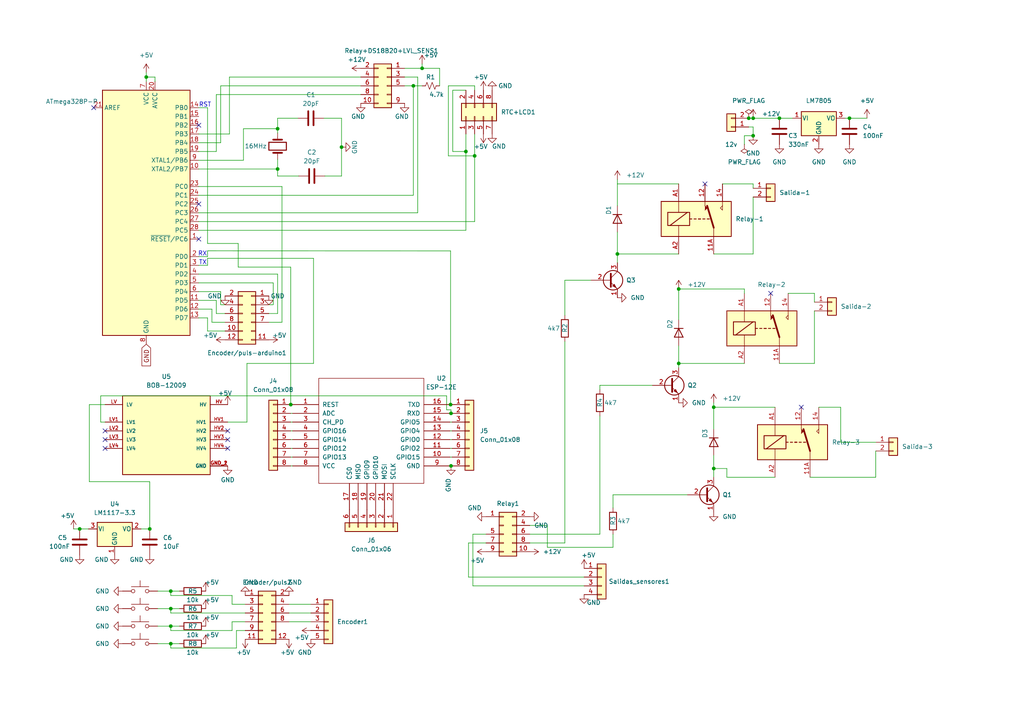
<source format=kicad_sch>
(kicad_sch (version 20211123) (generator eeschema)
  (paper "A4")
  (lib_symbols
    (symbol "BOB-12009:BOB-12009" (pin_names (offset 1.016))
      (property "Reference" "U" (at -12.7 11.43 0))
      (property "Value" "BOB-12009" (at -12.7 -15.24 0))
      (symbol "BOB-12009_0_0"
        (pin power_in line (at 17.78 -10.16 180) (length 5.08) (name "GND") (number "GND_1"))
        (pin power_in line (at 17.78 -10.16 180) (length 5.08) (name "GND") (number "GND_2"))
        (pin bidirectional line (at 17.78 7.62 180) (length 5.08) (name "HV") (number "HV"))
        (pin bidirectional line (at 17.78 2.54 180) (length 5.08) (name "HV1") (number "HV1"))
        (pin bidirectional line (at 17.78 0 180) (length 5.08) (name "HV2") (number "HV2"))
        (pin bidirectional line (at 17.78 -2.54 180) (length 5.08) (name "HV3") (number "HV3"))
        (pin bidirectional line (at 17.78 -5.08 180) (length 5.08) (name "HV4") (number "HV4"))
        (pin bidirectional line (at -17.78 7.62 0) (length 5.08) (name "LV") (number "LV"))
        (pin bidirectional line (at -17.78 2.54 0) (length 5.08) (name "LV1") (number "LV1"))
        (pin bidirectional line (at -17.78 0 0) (length 5.08) (name "LV2") (number "LV2"))
        (pin bidirectional line (at -17.78 -2.54 0) (length 5.08) (name "LV3") (number "LV3"))
        (pin bidirectional line (at -17.78 -5.08 0) (length 5.08) (name "LV4") (number "LV4"))
      )
    )
    (symbol "Conn_01x02_2" (pin_names (offset 1.016) hide)
      (property "Value" "12v" (at 0 5.08 0))
      (symbol "Conn_01x02_2_1_1"
        (pin power_in line (at -5.08 0 0) (length 3.81) (name "Pin_1") (number "1"))
        (pin power_in line (at -5.08 -2.54 0) (length 3.81) (name "Pin_2") (number "2"))
      )
    )
    (symbol "Connector_Generic:Conn_01x02" (pin_names (offset 1.016) hide)
      (property "Reference" "J" (at 0 2.54 0))
      (property "Value" "Conn_01x02" (at 0 -5.08 0))
      (symbol "Conn_01x02_1_1"
        (pin passive line (at -5.08 0 0) (length 3.81) (name "Pin_1") (number "1"))
        (pin passive line (at -5.08 -2.54 0) (length 3.81) (name "Pin_2") (number "2"))
      )
    )
    (symbol "Connector_Generic:Conn_01x04" (pin_names (offset 1.016) hide)
      (property "Reference" "J" (at 0 5.08 0))
      (property "Value" "Conn_01x04" (at 0 -7.62 0))
      (symbol "Conn_01x04_1_1"
        (pin passive line (at -5.08 2.54 0) (length 3.81) (name "Pin_1") (number "1"))
        (pin passive line (at -5.08 0 0) (length 3.81) (name "Pin_2") (number "2"))
        (pin passive line (at -5.08 -2.54 0) (length 3.81) (name "Pin_3") (number "3"))
        (pin passive line (at -5.08 -5.08 0) (length 3.81) (name "Pin_4") (number "4"))
      )
    )
    (symbol "Connector_Generic:Conn_01x05" (pin_names (offset 1.016) hide)
      (property "Reference" "J" (at 0 7.62 0))
      (property "Value" "Conn_01x05" (at 0 -7.62 0))
      (symbol "Conn_01x05_1_1"
        (pin passive line (at -5.08 5.08 0) (length 3.81) (name "Pin_1") (number "1"))
        (pin passive line (at -5.08 2.54 0) (length 3.81) (name "Pin_2") (number "2"))
        (pin passive line (at -5.08 0 0) (length 3.81) (name "Pin_3") (number "3"))
        (pin passive line (at -5.08 -2.54 0) (length 3.81) (name "Pin_4") (number "4"))
        (pin passive line (at -5.08 -5.08 0) (length 3.81) (name "Pin_5") (number "5"))
      )
    )
    (symbol "Connector_Generic:Conn_01x06" (pin_names (offset 1.016) hide)
      (property "Reference" "J" (at 0 7.62 0))
      (property "Value" "Conn_01x06" (at 0 -10.16 0))
      (symbol "Conn_01x06_1_1"
        (pin passive line (at -5.08 5.08 0) (length 3.81) (name "Pin_1") (number "1"))
        (pin passive line (at -5.08 2.54 0) (length 3.81) (name "Pin_2") (number "2"))
        (pin passive line (at -5.08 0 0) (length 3.81) (name "Pin_3") (number "3"))
        (pin passive line (at -5.08 -2.54 0) (length 3.81) (name "Pin_4") (number "4"))
        (pin passive line (at -5.08 -5.08 0) (length 3.81) (name "Pin_5") (number "5"))
        (pin passive line (at -5.08 -7.62 0) (length 3.81) (name "Pin_6") (number "6"))
      )
    )
    (symbol "Connector_Generic:Conn_01x08" (pin_names (offset 1.016) hide)
      (property "Reference" "J" (at 0 10.16 0))
      (property "Value" "Conn_01x08" (at 0 -12.7 0))
      (symbol "Conn_01x08_1_1"
        (pin passive line (at -5.08 7.62 0) (length 3.81) (name "Pin_1") (number "1"))
        (pin passive line (at -5.08 5.08 0) (length 3.81) (name "Pin_2") (number "2"))
        (pin passive line (at -5.08 2.54 0) (length 3.81) (name "Pin_3") (number "3"))
        (pin passive line (at -5.08 0 0) (length 3.81) (name "Pin_4") (number "4"))
        (pin passive line (at -5.08 -2.54 0) (length 3.81) (name "Pin_5") (number "5"))
        (pin passive line (at -5.08 -5.08 0) (length 3.81) (name "Pin_6") (number "6"))
        (pin passive line (at -5.08 -7.62 0) (length 3.81) (name "Pin_7") (number "7"))
        (pin passive line (at -5.08 -10.16 0) (length 3.81) (name "Pin_8") (number "8"))
      )
    )
    (symbol "Connector_Generic:Conn_02x04_Odd_Even" (pin_names (offset 1.016) hide)
      (property "Reference" "J" (at 1.27 5.08 0))
      (property "Value" "Conn_02x04_Odd_Even" (at 1.27 -7.62 0))
      (symbol "Conn_02x04_Odd_Even_1_1"
        (pin passive line (at -5.08 2.54 0) (length 3.81) (name "Pin_1") (number "1"))
        (pin passive line (at 7.62 2.54 180) (length 3.81) (name "Pin_2") (number "2"))
        (pin passive line (at -5.08 0 0) (length 3.81) (name "Pin_3") (number "3"))
        (pin passive line (at 7.62 0 180) (length 3.81) (name "Pin_4") (number "4"))
        (pin passive line (at -5.08 -2.54 0) (length 3.81) (name "Pin_5") (number "5"))
        (pin passive line (at 7.62 -2.54 180) (length 3.81) (name "Pin_6") (number "6"))
        (pin passive line (at -5.08 -5.08 0) (length 3.81) (name "Pin_7") (number "7"))
        (pin passive line (at 7.62 -5.08 180) (length 3.81) (name "Pin_8") (number "8"))
      )
    )
    (symbol "Device:C" (pin_numbers hide) (pin_names (offset 0.254))
      (property "Reference" "C" (at 0.635 2.54 0))
      (property "Value" "C" (at 0.635 -2.54 0))
      (symbol "C_1_1"
        (pin passive line (at 0 3.81 270) (length 2.794) (name "~") (number "1"))
        (pin passive line (at 0 -3.81 90) (length 2.794) (name "~") (number "2"))
      )
    )
    (symbol "Device:Crystal" (pin_numbers hide) (pin_names (offset 1.016) hide)
      (property "Reference" "Y" (at 0 3.81 0))
      (property "Value" "Crystal" (at 0 -3.81 0))
      (symbol "Crystal_1_1"
        (pin passive line (at -3.81 0 0) (length 1.27) (name "1") (number "1"))
        (pin passive line (at 3.81 0 180) (length 1.27) (name "2") (number "2"))
      )
    )
    (symbol "Device:R" (pin_numbers hide) (pin_names (offset 0))
      (property "Reference" "R" (at 2.032 0 90))
      (property "Value" "R" (at 0 0 90))
      (symbol "R_1_1"
        (pin passive line (at 0 3.81 270) (length 1.27) (name "~") (number "1"))
        (pin passive line (at 0 -3.81 90) (length 1.27) (name "~") (number "2"))
      )
    )
    (symbol "Device:R_Small_US" (pin_numbers hide) (pin_names (offset 0.254) hide)
      (property "Reference" "R" (at 0.762 0.508 0))
      (property "Value" "R_Small_US" (at 0.762 -1.016 0))
      (symbol "R_Small_US_1_1"
        (pin passive line (at 0 2.54 270) (length 1.016) (name "~") (number "1"))
        (pin passive line (at 0 -2.54 90) (length 1.016) (name "~") (number "2"))
      )
    )
    (symbol "Diode:1N4007" (pin_numbers hide) (pin_names (offset 1.016) hide)
      (property "Reference" "D" (at 0 2.54 0))
      (property "Value" "1N4007" (at 0 -2.54 0))
      (symbol "1N4007_1_1"
        (pin passive line (at -3.81 0 0) (length 2.54) (name "K") (number "1"))
        (pin passive line (at 3.81 0 180) (length 2.54) (name "A") (number "2"))
      )
    )
    (symbol "ENCODER+PULS:Conn_02x06_Odd_Even" (pin_names (offset 1.016) hide)
      (property "Reference" "Encoder/puls1" (at 1.27 10.16 0))
      (symbol "Conn_02x06_Odd_Even_1_1"
        (pin passive line (at -5.08 5.08 0) (length 3.81) (name "Pin_1") (number "1"))
        (pin passive line (at -5.08 -7.62 0) (length 3.81) (name "Pin_11") (number "11"))
        (pin passive line (at 7.62 -7.62 180) (length 3.81) (name "Pin_12") (number "12"))
        (pin passive line (at 7.62 5.08 180) (length 3.81) (name "Pin_2") (number "2"))
        (pin passive line (at -5.08 2.54 0) (length 3.81) (name "Pin_3") (number "3"))
        (pin passive line (at 7.62 2.54 180) (length 3.81) (name "Pin_4") (number "4"))
        (pin passive line (at -5.08 0 0) (length 3.81) (name "Pin_5") (number "5"))
        (pin passive line (at 7.62 0 180) (length 3.81) (name "Pin_6") (number "6"))
        (pin passive line (at -5.08 -2.54 0) (length 3.81) (name "Pin_7") (number "7"))
        (pin passive line (at 7.62 -2.54 180) (length 3.81) (name "Pin_8") (number "8"))
        (pin passive line (at -5.08 -5.08 0) (length 3.81) (name "Pin_9") (number "9"))
      )
    )
    (symbol "ENCODER+PULS_arduino:Conn_02x06_Odd_Even" (pin_names (offset 1.016) hide)
      (property "Reference" "Encoder/puls-arduino1" (at -1.27 -11.43 0))
      (symbol "Conn_02x06_Odd_Even_1_1"
        (pin passive line (at -5.08 5.08 0) (length 3.81) (name "Pin_1") (number "1"))
        (pin passive line (at 7.62 -5.08 180) (length 3.81) (name "Pin_10") (number "10"))
        (pin passive line (at -5.08 -7.62 0) (length 3.81) (name "Pin_11") (number "11"))
        (pin passive line (at 7.62 -7.62 180) (length 3.81) (name "Pin_12") (number "12"))
        (pin passive line (at 7.62 5.08 180) (length 3.81) (name "Pin_2") (number "2"))
        (pin passive line (at -5.08 2.54 0) (length 3.81) (name "Pin_3") (number "3"))
        (pin passive line (at 7.62 2.54 180) (length 3.81) (name "Pin_4") (number "4"))
        (pin passive line (at -5.08 0 0) (length 3.81) (name "Pin_5") (number "5"))
        (pin passive line (at 7.62 0 180) (length 3.81) (name "Pin_6") (number "6"))
        (pin passive line (at -5.08 -2.54 0) (length 3.81) (name "Pin_7") (number "7"))
        (pin passive line (at 7.62 -2.54 180) (length 3.81) (name "Pin_8") (number "8"))
      )
    )
    (symbol "ESP8266:ESP-12E" (pin_names (offset 1.016))
      (property "Reference" "U" (at 0 -2.54 0))
      (property "Value" "ESP-12E" (at 0 2.54 0))
      (symbol "ESP-12E_1_1"
        (pin input line (at -22.86 7.62 0) (length 7.62) (name "REST") (number "1"))
        (pin bidirectional line (at 22.86 -7.62 180) (length 7.62) (name "GPIO15") (number "10"))
        (pin bidirectional line (at 22.86 -5.08 180) (length 7.62) (name "GPIO2") (number "11"))
        (pin bidirectional line (at 22.86 -2.54 180) (length 7.62) (name "GPIO0") (number "12"))
        (pin bidirectional line (at 22.86 0 180) (length 7.62) (name "GPIO4") (number "13"))
        (pin bidirectional line (at 22.86 2.54 180) (length 7.62) (name "GPIO5") (number "14"))
        (pin input line (at 22.86 5.08 180) (length 7.62) (name "RXD") (number "15"))
        (pin output line (at 22.86 7.62 180) (length 7.62) (name "TXD") (number "16"))
        (pin bidirectional line (at -6.35 -22.86 90) (length 7.62) (name "CS0") (number "17"))
        (pin bidirectional line (at -3.81 -22.86 90) (length 7.62) (name "MISO") (number "18"))
        (pin bidirectional line (at -1.27 -22.86 90) (length 7.62) (name "GPIO9") (number "19"))
        (pin passive line (at -22.86 5.08 0) (length 7.62) (name "ADC") (number "2"))
        (pin bidirectional line (at 1.27 -22.86 90) (length 7.62) (name "GPIO10") (number "20"))
        (pin bidirectional line (at 3.81 -22.86 90) (length 7.62) (name "MOSI") (number "21"))
        (pin bidirectional line (at 6.35 -22.86 90) (length 7.62) (name "SCLK") (number "22"))
        (pin input line (at -22.86 2.54 0) (length 7.62) (name "CH_PD") (number "3"))
        (pin bidirectional line (at -22.86 0 0) (length 7.62) (name "GPIO16") (number "4"))
        (pin bidirectional line (at -22.86 -2.54 0) (length 7.62) (name "GPIO14") (number "5"))
        (pin bidirectional line (at -22.86 -5.08 0) (length 7.62) (name "GPIO12") (number "6"))
        (pin bidirectional line (at -22.86 -7.62 0) (length 7.62) (name "GPIO13") (number "7"))
        (pin power_in line (at -22.86 -10.16 0) (length 7.62) (name "VCC") (number "8"))
        (pin power_in line (at 22.86 -10.16 180) (length 7.62) (name "GND") (number "9"))
      )
    )
    (symbol "MCU_Microchip_ATmega:ATmega328P-P"
      (property "Reference" "U" (at -12.7 36.83 0))
      (property "Value" "ATmega328P-P" (at 2.54 -36.83 0))
      (symbol "ATmega328P-P_1_1"
        (pin bidirectional line (at 15.24 -7.62 180) (length 2.54) (name "~{RESET}/PC6") (number "1"))
        (pin bidirectional line (at 15.24 12.7 180) (length 2.54) (name "XTAL2/PB7") (number "10"))
        (pin bidirectional line (at 15.24 -25.4 180) (length 2.54) (name "PD5") (number "11"))
        (pin bidirectional line (at 15.24 -27.94 180) (length 2.54) (name "PD6") (number "12"))
        (pin bidirectional line (at 15.24 -30.48 180) (length 2.54) (name "PD7") (number "13"))
        (pin bidirectional line (at 15.24 30.48 180) (length 2.54) (name "PB0") (number "14"))
        (pin bidirectional line (at 15.24 27.94 180) (length 2.54) (name "PB1") (number "15"))
        (pin bidirectional line (at 15.24 25.4 180) (length 2.54) (name "PB2") (number "16"))
        (pin bidirectional line (at 15.24 22.86 180) (length 2.54) (name "PB3") (number "17"))
        (pin bidirectional line (at 15.24 20.32 180) (length 2.54) (name "PB4") (number "18"))
        (pin bidirectional line (at 15.24 17.78 180) (length 2.54) (name "PB5") (number "19"))
        (pin bidirectional line (at 15.24 -12.7 180) (length 2.54) (name "PD0") (number "2"))
        (pin power_in line (at 2.54 38.1 270) (length 2.54) (name "AVCC") (number "20"))
        (pin passive line (at -15.24 30.48 0) (length 2.54) (name "AREF") (number "21"))
        (pin passive line (at 0 -38.1 90) (length 2.54) hide (name "GND") (number "22"))
        (pin bidirectional line (at 15.24 7.62 180) (length 2.54) (name "PC0") (number "23"))
        (pin bidirectional line (at 15.24 5.08 180) (length 2.54) (name "PC1") (number "24"))
        (pin bidirectional line (at 15.24 2.54 180) (length 2.54) (name "PC2") (number "25"))
        (pin bidirectional line (at 15.24 0 180) (length 2.54) (name "PC3") (number "26"))
        (pin bidirectional line (at 15.24 -2.54 180) (length 2.54) (name "PC4") (number "27"))
        (pin bidirectional line (at 15.24 -5.08 180) (length 2.54) (name "PC5") (number "28"))
        (pin bidirectional line (at 15.24 -15.24 180) (length 2.54) (name "PD1") (number "3"))
        (pin bidirectional line (at 15.24 -17.78 180) (length 2.54) (name "PD2") (number "4"))
        (pin bidirectional line (at 15.24 -20.32 180) (length 2.54) (name "PD3") (number "5"))
        (pin bidirectional line (at 15.24 -22.86 180) (length 2.54) (name "PD4") (number "6"))
        (pin power_in line (at 0 38.1 270) (length 2.54) (name "VCC") (number "7"))
        (pin power_in line (at 0 -38.1 90) (length 2.54) (name "GND") (number "8"))
        (pin bidirectional line (at 15.24 15.24 180) (length 2.54) (name "XTAL1/PB6") (number "9"))
      )
    )
    (symbol "RELAY+DS18B20+LVLSENS:Conn_02x05_Odd_Even_1" (pin_names (offset 1.016) hide)
      (property "Reference" "Relay+DS18B20+LVL_SENS1" (at 1.27 10.16 0))
      (symbol "Conn_02x05_Odd_Even_1_1_1"
        (pin passive line (at -5.08 5.08 0) (length 3.81) (name "Pin_1") (number "1"))
        (pin passive line (at 7.62 -5.08 180) (length 3.81) (name "Pin_10") (number "10"))
        (pin passive line (at 7.62 5.08 180) (length 3.81) (name "Pin_2") (number "2"))
        (pin passive line (at -5.08 2.54 0) (length 3.81) (name "Pin_3") (number "3"))
        (pin passive line (at 7.62 2.54 180) (length 3.81) (name "Pin_4") (number "4"))
        (pin passive line (at -5.08 0 0) (length 3.81) (name "Pin_5") (number "5"))
        (pin passive line (at 7.62 0 180) (length 3.81) (name "Pin_6") (number "6"))
        (pin passive line (at 7.62 -2.54 180) (length 3.81) (name "Pin_8") (number "8"))
        (pin passive line (at -5.08 -5.08 0) (length 3.81) (name "Pin_9") (number "9"))
      )
    )
    (symbol "RELAY+DS18B20+LVLSENS_PLACA_SALIDAS:Conn_02x05_Odd_Even" (pin_names (offset 1.016) hide)
      (property "Reference" "Relay2" (at 1.27 8.89 0))
      (symbol "Conn_02x05_Odd_Even_1_1"
        (pin passive line (at -5.08 5.08 0) (length 3.81) (name "Pin_1") (number "1"))
        (pin passive line (at 7.62 -5.08 180) (length 3.81) (name "Pin_10") (number "10"))
        (pin passive line (at 7.62 5.08 180) (length 3.81) (name "Pin_2") (number "2"))
        (pin passive line (at 7.62 2.54 180) (length 3.81) (name "Pin_4") (number "4"))
        (pin passive line (at -5.08 0 0) (length 3.81) (name "Pin_5") (number "5"))
        (pin passive line (at 7.62 0 180) (length 3.81) (name "Pin_6") (number "6"))
        (pin passive line (at -5.08 -2.54 0) (length 3.81) (name "Pin_7") (number "7"))
        (pin passive line (at 7.62 -2.54 180) (length 3.81) (name "Pin_8") (number "8"))
        (pin passive line (at -5.08 -5.08 0) (length 3.81) (name "Pin_9") (number "9"))
      )
    )
    (symbol "Regulator_Linear:LM1117-3.3" (pin_names (offset 0.254))
      (property "Reference" "U" (at -3.81 3.175 0))
      (property "Value" "LM1117-3.3" (at 0 3.175 0))
      (symbol "LM1117-3.3_1_1"
        (pin power_in line (at 0 -7.62 90) (length 2.54) (name "GND") (number "1"))
        (pin power_out line (at 7.62 0 180) (length 2.54) (name "VO") (number "2"))
        (pin power_in line (at -7.62 0 0) (length 2.54) (name "VI") (number "3"))
      )
    )
    (symbol "Regulator_Linear:LM7805_TO220" (pin_names (offset 0.254))
      (property "Reference" "U" (at -3.81 3.175 0))
      (property "Value" "LM7805_TO220" (at 0 3.175 0))
      (symbol "LM7805_TO220_1_1"
        (pin power_in line (at -7.62 0 0) (length 2.54) (name "VI") (number "1"))
        (pin power_in line (at 0 -7.62 90) (length 2.54) (name "GND") (number "2"))
        (pin power_out line (at 7.62 0 180) (length 2.54) (name "VO") (number "3"))
      )
    )
    (symbol "Relay:RAYEX-L90"
      (property "Reference" "K" (at 11.43 3.81 0))
      (property "Value" "RAYEX-L90" (at 11.43 1.27 0))
      (symbol "RAYEX-L90_1_1"
        (pin passive line (at 5.08 -10.16 90) (length 5.08) (name "~") (number "11A"))
        (pin passive line (at 5.08 -10.16 90) (length 5.08) hide (name "~") (number "11B"))
        (pin passive line (at 2.54 10.16 270) (length 5.08) (name "~") (number "12"))
        (pin passive line (at 7.62 10.16 270) (length 5.08) (name "~") (number "14"))
        (pin passive line (at -5.08 10.16 270) (length 5.08) (name "~") (number "A1"))
        (pin passive line (at -5.08 -10.16 90) (length 5.08) (name "~") (number "A2"))
      )
    )
    (symbol "Switch:SW_Push" (pin_numbers hide) (pin_names (offset 1.016) hide)
      (property "Reference" "SW" (at 1.27 2.54 0))
      (property "Value" "SW_Push" (at 0 -1.524 0))
      (symbol "SW_Push_0_1"
        (pin passive line (at -5.08 0 0) (length 2.54) (name "1") (number "1"))
        (pin passive line (at 5.08 0 180) (length 2.54) (name "2") (number "2"))
      )
    )
    (symbol "Transistor_BJT:PN2222A" (pin_names (offset 0) hide)
      (property "Reference" "Q" (at 5.08 1.905 0))
      (property "Value" "PN2222A" (at 5.08 0 0))
      (symbol "PN2222A_1_1"
        (pin passive line (at 2.54 -5.08 90) (length 2.54) (name "E") (number "1"))
        (pin input line (at -5.08 0 0) (length 5.08) (name "B") (number "2"))
        (pin passive line (at 2.54 5.08 270) (length 2.54) (name "C") (number "3"))
      )
    )
    (symbol "power:+12V" (power) (pin_names (offset 0))
      (property "Value" "+12V" (at 0 3.556 0))
      (symbol "+12V_1_1"
        (pin power_in line (at 0 0 90) (length 0) hide (name "+12V") (number "1"))
      )
    )
    (symbol "power:+5V" (power) (pin_names (offset 0))
      (property "Value" "+5V" (at 0 3.556 0))
      (symbol "+5V_1_1"
        (pin power_in line (at 0 0 90) (length 0) hide (name "+5V") (number "1"))
      )
    )
    (symbol "power:GND" (power) (pin_names (offset 0))
      (property "Value" "GND" (at 0 -3.81 0))
      (symbol "GND_1_1"
        (pin power_in line (at 0 0 270) (length 0) hide (name "GND") (number "1"))
      )
    )
    (symbol "power:PWR_FLAG" (power) (pin_numbers hide) (pin_names (offset 0) hide)
      (property "Value" "PWR_FLAG" (at 0 3.81 0))
      (symbol "PWR_FLAG_0_0"
        (pin power_out line (at 0 0 90) (length 0) (name "pwr") (number "1"))
      )
    )
  )
  (junction (at 179.07 73.66))
  (junction (at 137.668 45.212))
  (junction (at 49.53 171.45))
  (junction (at 42.418 22.352))
  (junction (at 207.01 118.11))
  (junction (at 218.44 34.29))
  (junction (at 49.53 181.61))
  (junction (at 130.81 119.888))
  (junction (at 99.06 42.672))
  (junction (at 246.38 34.29))
  (junction (at 196.85 83.82))
  (junction (at 135.128 43.942))
  (junction (at 207.01 135.89))
  (junction (at 217.17 34.29))
  (junction (at 218.44 39.37))
  (junction (at 226.06 34.29))
  (junction (at 122.428 19.812))
  (junction (at 49.53 176.53))
  (junction (at 196.85 105.41))
  (junction (at 80.518 37.338))
  (junction (at 130.81 135.128))
  (junction (at 23.114 153.416))
  (junction (at 130.683 117.348))
  (junction (at 49.53 186.69))
  (junction (at 119.888 24.892))
  (junction (at 80.518 49.022))
  (junction (at 84.328 117.348))
  (junction (at 43.434 153.416))
  (no_connect (at 30.48 130.048))
  (no_connect (at 27.178 31.242))
  (no_connect (at 30.48 127.508))
  (no_connect (at 204.47 53.34))
  (no_connect (at 57.658 59.182))
  (no_connect (at 66.04 127.508))
  (no_connect (at 57.658 69.342))
  (no_connect (at 57.658 36.322))
  (no_connect (at 30.48 124.968))
  (no_connect (at 66.04 130.048))
  (no_connect (at 223.52 85.09))
  (no_connect (at 232.41 118.11))
  (no_connect (at 66.04 124.968))
  (wire (pts (xy 86.614 51.054) (xy 80.518 51.054)))
  (wire (pts (xy 84.328 122.428) (xy 84.836 122.428)))
  (wire (pts (xy 49.53 186.69) (xy 49.53 187.96)))
  (wire (pts (xy 179.07 53.34) (xy 179.07 52.07)))
  (wire (pts (xy 66.04 122.428) (xy 71.628 122.428)))
  (wire (pts (xy 127.508 24.892) (xy 127.508 19.812)))
  (wire (pts (xy 57.658 66.802) (xy 135.128 66.802)))
  (wire (pts (xy 196.85 83.82) (xy 215.9 83.82)))
  (wire (pts (xy 71.628 105.41) (xy 90.932 105.41)))
  (wire (pts (xy 61.468 89.662) (xy 57.658 89.662)))
  (wire (pts (xy 49.53 182.88) (xy 67.31 182.88)))
  (wire (pts (xy 209.55 53.34) (xy 218.44 53.34)))
  (wire (pts (xy 77.978 88.392) (xy 79.248 88.392)))
  (wire (pts (xy 237.49 118.11) (xy 243.84 118.11)))
  (wire (pts (xy 196.85 100.33) (xy 196.85 105.41)))
  (wire (pts (xy 173.99 120.65) (xy 173.99 154.94)))
  (wire (pts (xy 119.888 24.892) (xy 122.428 24.892)))
  (wire (pts (xy 137.668 38.862) (xy 137.668 45.212)))
  (wire (pts (xy 130.81 119.888) (xy 130.556 119.888)))
  (wire (pts (xy 163.83 99.06) (xy 163.83 157.48)))
  (wire (pts (xy 45.72 176.53) (xy 49.53 176.53)))
  (wire (pts (xy 81.788 93.472) (xy 77.978 93.472)))
  (wire (pts (xy 84.328 117.348) (xy 84.836 117.348)))
  (wire (pts (xy 135.89 167.386) (xy 169.418 167.386)))
  (wire (pts (xy 60.198 72.7456) (xy 130.683 72.771)))
  (wire (pts (xy 207.01 135.89) (xy 207.01 138.43)))
  (wire (pts (xy 42.418 22.352) (xy 42.418 23.622)))
  (wire (pts (xy 84.328 130.048) (xy 84.836 130.048)))
  (wire (pts (xy 99.06 34.29) (xy 99.06 42.672)))
  (wire (pts (xy 57.658 82.042) (xy 79.248 82.042)))
  (wire (pts (xy 137.668 24.892) (xy 130.048 24.892)))
  (wire (pts (xy 60.198 74.93) (xy 90.932 74.93)))
  (wire (pts (xy 117.348 24.892) (xy 119.888 24.892)))
  (wire (pts (xy 130.81 135.128) (xy 130.556 135.128)))
  (wire (pts (xy 57.658 64.262) (xy 137.668 64.262)))
  (wire (pts (xy 67.31 172.72) (xy 67.31 175.26)))
  (wire (pts (xy 57.658 46.482) (xy 70.612 46.482)))
  (wire (pts (xy 60.198 92.202) (xy 57.658 92.202)))
  (wire (pts (xy 131.064 127.508) (xy 130.556 127.508)))
  (wire (pts (xy 80.518 51.054) (xy 80.518 49.022)))
  (wire (pts (xy 62.738 43.942) (xy 62.738 27.432)))
  (wire (pts (xy 137.16 169.926) (xy 169.418 169.926)))
  (wire (pts (xy 23.114 153.416) (xy 25.654 153.416)))
  (wire (pts (xy 207.01 118.11) (xy 207.01 124.46)))
  (wire (pts (xy 135.128 38.862) (xy 135.128 43.942)))
  (wire (pts (xy 45.72 171.45) (xy 49.53 171.45)))
  (wire (pts (xy 57.658 41.402) (xy 64.008 41.402)))
  (wire (pts (xy 210.82 138.43) (xy 210.82 135.89)))
  (wire (pts (xy 228.6 85.09) (xy 236.22 85.09)))
  (wire (pts (xy 71.628 122.428) (xy 71.628 105.41)))
  (wire (pts (xy 196.85 83.82) (xy 196.85 92.71)))
  (wire (pts (xy 80.518 34.29) (xy 80.518 37.338)))
  (wire (pts (xy 218.44 34.29) (xy 226.06 34.29)))
  (wire (pts (xy 122.428 18.542) (xy 122.428 19.812)))
  (wire (pts (xy 49.53 171.45) (xy 49.53 172.72)))
  (wire (pts (xy 179.07 67.31) (xy 179.07 73.66)))
  (wire (pts (xy 196.85 105.41) (xy 196.85 106.68)))
  (wire (pts (xy 83.82 180.34) (xy 90.17 180.34)))
  (wire (pts (xy 57.658 61.722) (xy 121.158 61.722)))
  (wire (pts (xy 67.31 180.34) (xy 71.12 180.34)))
  (wire (pts (xy 131.064 124.968) (xy 130.556 124.968)))
  (wire (pts (xy 57.658 43.942) (xy 62.738 43.942)))
  (wire (pts (xy 122.428 19.812) (xy 117.348 19.812)))
  (wire (pts (xy 60.198 74.422) (xy 57.658 74.422)))
  (wire (pts (xy 44.958 23.622) (xy 44.958 22.352)))
  (wire (pts (xy 60.198 70.612) (xy 69.088 70.612)))
  (wire (pts (xy 131.064 135.128) (xy 130.81 135.128)))
  (wire (pts (xy 137.16 154.94) (xy 140.97 154.94)))
  (wire (pts (xy 29.21 114.808) (xy 129.54 114.808)))
  (wire (pts (xy 217.17 34.29) (xy 218.44 34.29)))
  (wire (pts (xy 68.58 182.88) (xy 68.58 187.96)))
  (wire (pts (xy 163.83 81.28) (xy 163.83 91.44)))
  (wire (pts (xy 64.008 88.392) (xy 65.278 88.392)))
  (wire (pts (xy 131.318 26.162) (xy 131.318 43.942)))
  (wire (pts (xy 49.53 172.72) (xy 67.31 172.72)))
  (wire (pts (xy 84.328 77.47) (xy 84.328 117.348)))
  (wire (pts (xy 207.01 73.66) (xy 218.44 73.66)))
  (wire (pts (xy 130.048 45.212) (xy 137.668 45.212)))
  (wire (pts (xy 224.79 138.43) (xy 210.82 138.43)))
  (wire (pts (xy 130.683 72.771) (xy 130.683 117.348)))
  (wire (pts (xy 29.21 122.428) (xy 30.48 122.428)))
  (wire (pts (xy 215.9 105.41) (xy 196.85 105.41)))
  (wire (pts (xy 49.53 176.53) (xy 52.07 176.53)))
  (wire (pts (xy 226.06 34.29) (xy 229.87 34.29)))
  (wire (pts (xy 207.01 118.11) (xy 207.01 116.84)))
  (wire (pts (xy 131.064 130.048) (xy 130.556 130.048)))
  (wire (pts (xy 49.53 176.53) (xy 49.53 177.8)))
  (wire (pts (xy 131.064 132.588) (xy 130.556 132.588)))
  (wire (pts (xy 57.658 79.502) (xy 80.518 79.502)))
  (wire (pts (xy 99.06 51.054) (xy 99.06 42.672)))
  (wire (pts (xy 218.44 39.37) (xy 218.44 36.83)))
  (wire (pts (xy 210.82 135.89) (xy 207.01 135.89)))
  (wire (pts (xy 62.738 87.122) (xy 57.658 87.122)))
  (wire (pts (xy 117.348 22.352) (xy 121.158 22.352)))
  (wire (pts (xy 61.468 93.472) (xy 65.278 93.472)))
  (wire (pts (xy 25.908 139.7) (xy 25.908 117.348)))
  (wire (pts (xy 60.198 31.242) (xy 60.198 70.612)))
  (wire (pts (xy 121.158 22.352) (xy 121.158 61.722)))
  (wire (pts (xy 67.31 182.88) (xy 67.31 180.34)))
  (wire (pts (xy 62.738 27.432) (xy 104.648 27.432)))
  (wire (pts (xy 80.518 49.022) (xy 57.658 49.022)))
  (wire (pts (xy 179.07 73.66) (xy 179.07 76.2)))
  (wire (pts (xy 81.788 54.102) (xy 81.788 93.472)))
  (wire (pts (xy 70.612 46.482) (xy 70.612 37.338)))
  (wire (pts (xy 173.99 111.76) (xy 189.23 111.76)))
  (wire (pts (xy 60.198 72.7456) (xy 60.198 74.422)))
  (wire (pts (xy 129.54 114.808) (xy 129.54 118.872)))
  (wire (pts (xy 131.064 122.428) (xy 130.556 122.428)))
  (wire (pts (xy 130.81 118.872) (xy 130.81 119.888)))
  (wire (pts (xy 129.54 118.872) (xy 130.81 118.872)))
  (wire (pts (xy 84.328 132.588) (xy 84.836 132.588)))
  (wire (pts (xy 64.008 84.582) (xy 57.658 84.582)))
  (wire (pts (xy 57.658 54.102) (xy 81.788 54.102)))
  (wire (pts (xy 86.36 34.29) (xy 80.518 34.29)))
  (wire (pts (xy 215.9 41.91) (xy 215.9 39.37)))
  (wire (pts (xy 84.328 127.508) (xy 84.836 127.508)))
  (wire (pts (xy 77.978 90.932) (xy 80.518 90.932)))
  (wire (pts (xy 153.67 152.4) (xy 158.75 152.4)))
  (wire (pts (xy 49.53 186.69) (xy 52.07 186.69)))
  (wire (pts (xy 131.064 119.888) (xy 130.81 119.888)))
  (wire (pts (xy 80.518 37.338) (xy 70.612 37.338)))
  (wire (pts (xy 57.658 76.962) (xy 60.198 76.962)))
  (wire (pts (xy 119.888 24.892) (xy 119.888 56.642)))
  (wire (pts (xy 234.95 138.43) (xy 254 138.43)))
  (wire (pts (xy 127.508 19.812) (xy 122.428 19.812)))
  (wire (pts (xy 130.683 117.348) (xy 131.064 117.348)))
  (wire (pts (xy 173.99 154.94) (xy 153.67 154.94)))
  (wire (pts (xy 49.53 187.96) (xy 68.58 187.96)))
  (wire (pts (xy 217.17 36.83) (xy 218.44 36.83)))
  (wire (pts (xy 179.07 53.34) (xy 179.07 59.69)))
  (wire (pts (xy 49.53 177.8) (xy 71.12 177.8)))
  (wire (pts (xy 179.07 73.66) (xy 196.85 73.66)))
  (wire (pts (xy 177.8 154.94) (xy 177.8 158.75)))
  (wire (pts (xy 80.518 38.608) (xy 80.518 37.338)))
  (wire (pts (xy 90.932 105.41) (xy 90.932 74.93)))
  (wire (pts (xy 64.008 88.392) (xy 64.008 84.582)))
  (wire (pts (xy 135.128 43.942) (xy 135.128 66.802)))
  (wire (pts (xy 69.088 77.47) (xy 84.328 77.47)))
  (wire (pts (xy 196.85 53.34) (xy 179.07 53.34)))
  (wire (pts (xy 60.198 96.012) (xy 65.278 96.012)))
  (wire (pts (xy 135.128 26.162) (xy 131.318 26.162)))
  (wire (pts (xy 21.336 153.416) (xy 23.114 153.416)))
  (wire (pts (xy 207.01 118.11) (xy 224.79 118.11)))
  (wire (pts (xy 84.328 119.888) (xy 84.836 119.888)))
  (wire (pts (xy 104.648 22.352) (xy 66.548 22.352)))
  (wire (pts (xy 245.11 34.29) (xy 246.38 34.29)))
  (wire (pts (xy 49.53 181.61) (xy 52.07 181.61)))
  (wire (pts (xy 137.16 154.94) (xy 137.16 169.926)))
  (wire (pts (xy 158.75 158.75) (xy 177.8 158.75)))
  (wire (pts (xy 69.088 70.612) (xy 69.088 77.47)))
  (wire (pts (xy 80.518 79.502) (xy 80.518 90.932)))
  (wire (pts (xy 42.418 22.352) (xy 44.958 22.352)))
  (wire (pts (xy 66.548 22.352) (xy 66.548 38.862)))
  (wire (pts (xy 62.738 87.122) (xy 62.738 90.932)))
  (wire (pts (xy 163.83 157.48) (xy 153.67 157.48)))
  (wire (pts (xy 64.008 24.892) (xy 104.648 24.892)))
  (wire (pts (xy 173.99 111.76) (xy 173.99 113.03)))
  (wire (pts (xy 57.658 31.242) (xy 60.198 31.242)))
  (wire (pts (xy 199.39 143.51) (xy 177.8 143.51)))
  (wire (pts (xy 40.894 153.416) (xy 43.434 153.416)))
  (wire (pts (xy 29.21 114.808) (xy 29.21 122.428)))
  (wire (pts (xy 61.468 93.472) (xy 61.468 89.662)))
  (wire (pts (xy 65.278 90.932) (xy 62.738 90.932)))
  (wire (pts (xy 236.22 105.41) (xy 226.06 105.41)))
  (wire (pts (xy 218.44 53.34) (xy 218.44 54.61)))
  (wire (pts (xy 60.198 96.012) (xy 60.198 92.202)))
  (wire (pts (xy 243.84 128.27) (xy 254 128.27)))
  (wire (pts (xy 246.38 34.29) (xy 251.46 34.29)))
  (wire (pts (xy 64.008 41.402) (xy 64.008 24.892)))
  (wire (pts (xy 84.328 124.968) (xy 84.836 124.968)))
  (wire (pts (xy 137.668 26.162) (xy 137.668 24.892)))
  (wire (pts (xy 163.83 81.28) (xy 171.45 81.28)))
  (wire (pts (xy 215.9 39.37) (xy 218.44 39.37)))
  (wire (pts (xy 25.908 117.348) (xy 30.48 117.348)))
  (wire (pts (xy 207.01 132.08) (xy 207.01 135.89)))
  (wire (pts (xy 218.44 73.66) (xy 218.44 57.15)))
  (wire (pts (xy 57.658 38.862) (xy 66.548 38.862)))
  (wire (pts (xy 94.234 51.054) (xy 99.06 51.054)))
  (wire (pts (xy 67.31 175.26) (xy 71.12 175.26)))
  (wire (pts (xy 49.53 181.61) (xy 49.53 182.88)))
  (wire (pts (xy 84.328 135.128) (xy 84.836 135.128)))
  (wire (pts (xy 79.248 88.392) (xy 79.248 82.042)))
  (wire (pts (xy 130.048 24.892) (xy 130.048 45.212)))
  (wire (pts (xy 137.668 45.212) (xy 137.668 64.262)))
  (wire (pts (xy 49.53 171.45) (xy 52.07 171.45)))
  (wire (pts (xy 57.658 56.642) (xy 119.888 56.642)))
  (wire (pts (xy 43.434 139.7) (xy 25.908 139.7)))
  (wire (pts (xy 236.22 90.17) (xy 236.22 105.41)))
  (wire (pts (xy 215.9 83.82) (xy 215.9 85.09)))
  (wire (pts (xy 45.72 181.61) (xy 49.53 181.61)))
  (wire (pts (xy 43.434 153.416) (xy 43.434 139.7)))
  (wire (pts (xy 177.8 143.51) (xy 177.8 147.32)))
  (wire (pts (xy 243.84 118.11) (xy 243.84 128.27)))
  (wire (pts (xy 68.58 182.88) (xy 71.12 182.88)))
  (wire (pts (xy 130.556 117.348) (xy 130.683 117.348)))
  (wire (pts (xy 135.89 167.386) (xy 135.89 157.48)))
  (wire (pts (xy 42.418 21.082) (xy 42.418 22.352)))
  (wire (pts (xy 135.89 157.48) (xy 140.97 157.48)))
  (wire (pts (xy 158.75 152.4) (xy 158.75 158.75)))
  (wire (pts (xy 236.22 85.09) (xy 236.22 87.63)))
  (wire (pts (xy 45.72 186.69) (xy 49.53 186.69)))
  (wire (pts (xy 131.318 43.942) (xy 135.128 43.942)))
  (wire (pts (xy 93.98 34.29) (xy 99.06 34.29)))
  (wire (pts (xy 83.82 175.26) (xy 90.17 175.26)))
  (wire (pts (xy 83.82 177.8) (xy 90.17 177.8)))
  (wire (pts (xy 254 138.43) (xy 254 130.81)))
  (wire (pts (xy 60.198 76.962) (xy 60.198 74.93)))
  (wire (pts (xy 80.518 46.228) (xy 80.518 49.022)))
  (text "RST" (at 57.658 31.242 0) (effects (font (size 1.27 1.27)) (justify left bottom)))
  (text "RX" (at 57.404 74.422 0) (effects (font (size 1.27 1.27)) (justify left bottom)))
  (text "TX" (at 57.658 76.962 0) (effects (font (size 1.27 1.27)) (justify left bottom)))
  (global_label "GND" (shape input) (at 42.418 99.822 270) (property "Intersheet References" "${INTERSHEET_REFS}" (effects hide)))
  (symbol (lib_id "Switch:SW_Push") (at 40.64 181.61 0) (unit 1)
    (property "Reference" "SW2" (effects hide))
    (property "Value" "SW_Push" (effects hide))
    (property "Footprint" "Button_Switch_THT:SW_PUSH-12mm" (effects hide))
  )
  (symbol (lib_id "power:GND") (at 90.17 185.42 0) (unit 1)
    (property "Reference" "#PWR0130" (effects hide))
    (property "Value" "GND" (at 86.36 189.23 0) (effects (justify left)))
  )
  (symbol (lib_id "Device:R") (at 55.88 181.61 90) (unit 1)
    (property "Reference" "R7" (at 55.88 181.61 90))
    (property "Value" "10k" (at 55.88 184.15 90))
    (property "Footprint" "Resistor_THT:R_Axial_DIN0204_L3.6mm_D1.6mm_P5.08mm_Horizontal" (effects hide))
  )
  (symbol (lib_id "Diode:1N4007") (at 179.07 63.5 270) (unit 1)
    (property "Reference" "D1" (at 176.53 60.96 0))
    (property "Value" "1N4007" (effects hide))
    (property "Footprint" "Diode_THT:D_DO-41_SOD81_P10.16mm_Horizontal" (effects hide))
    (property "Datasheet" "http://www.vishay.com/docs/88503/1n4001.pdf" (effects hide))
  )
  (symbol (lib_id "power:GND") (at 179.07 86.36 90) (unit 1)
    (property "Reference" "#PWR06" (effects hide))
    (property "Value" "GND" (at 182.88 86.3599 90) (effects (justify right)))
  )
  (symbol (lib_id "power:GND") (at 77.978 85.852 0) (unit 1)
    (property "Reference" "#PWR0106" (effects hide))
    (property "Value" "GND" (at 80.518 85.852 0))
  )
  (symbol (lib_id "Relay:RAYEX-L90") (at 201.93 63.5 0) (unit 1)
    (property "Reference" "Relay-1" (at 213.36 63.4999 0) (effects (justify left)))
    (property "Value" "RAYEX-L90" (effects hide))
    (property "Footprint" "Relay_THT:Relay_SPDT_RAYEX-L90" (effects hide))
    (property "Datasheet" "https://a3.sofastcdn.com/attachment/7jioKBjnRiiSrjrjknRiwS77gwbf3zmp/L90-SERIES.pdf" (effects hide))
  )
  (symbol (lib_id "Connector_Generic:Conn_01x02") (at 259.08 128.27 0) (unit 1)
    (property "Reference" "Salida-3" (at 261.62 129.5399 0) (effects (justify left)))
    (property "Value" "Conn_01x02" (effects hide))
    (property "Footprint" "TerminalBlock:TerminalBlock_bornier-2_P5.08mm" (effects hide))
  )
  (symbol (lib_id "power:+5V") (at 140.97 160.02 90) (unit 1)
    (property "Reference" "#PWR0102" (effects hide))
    (property "Value" "+5V" (at 138.43 162.56 90))
  )
  (symbol (lib_id "Diode:1N4007") (at 207.01 128.27 270) (unit 1)
    (property "Reference" "D3" (at 204.47 125.73 0))
    (property "Value" "1N4007" (effects hide))
    (property "Footprint" "Diode_THT:D_DO-41_SOD81_P10.16mm_Horizontal" (effects hide))
    (property "Datasheet" "http://www.vishay.com/docs/88503/1n4001.pdf" (effects hide))
  )
  (symbol (lib_id "power:GND") (at 142.748 38.862 0) (unit 1)
    (property "Reference" "#PWR0114" (effects hide))
    (property "Value" "GND" (at 144.7292 42.4434 0))
  )
  (symbol (lib_id "Connector_Generic:Conn_01x02") (at 223.52 54.61 0) (unit 1)
    (property "Reference" "Salida-1" (at 226.06 55.8799 0) (effects (justify left)))
    (property "Value" "Conn_01x02" (effects hide))
    (property "Footprint" "TerminalBlock:TerminalBlock_bornier-2_P5.08mm" (effects hide))
  )
  (symbol (lib_id "power:+12V") (at 196.85 83.82 0) (unit 1)
    (property "Reference" "#PWR010" (effects hide))
    (property "Value" "+12V" (at 199.39 82.5499 0) (effects (justify left)))
  )
  (symbol (lib_id "power:GND") (at 99.06 42.672 90) (unit 1)
    (property "Reference" "#PWR01" (effects hide))
    (property "Value" "GND" (at 102.87 42.672 0))
  )
  (symbol (lib_id "power:GND") (at 66.04 135.128 0) (unit 1)
    (property "Reference" "#PWR0132" (effects hide))
    (property "Value" "GND" (at 66.04 139.192 0))
  )
  (symbol (lib_id "BOB-12009:BOB-12009") (at 48.26 124.968 0) (unit 1)
    (property "Reference" "U5" (at 48.26 109.22 0))
    (property "Value" "BOB-12009" (at 48.26 111.76 0))
    (property "Footprint" "CONV_BOB-12009" (effects hide))
    (property "STANDARD" "Manufacturer Recommendations" (effects hide))
    (property "PARTREV" "01" (effects hide))
    (property "MAXIMUM_PACKAGE_HEIGHT" "N/A" (effects hide))
    (property "MANUFACTURER" "SparkFun Electronics" (effects hide))
  )
  (symbol (lib_id "Connector_Generic:Conn_01x08") (at 136.144 124.968 0) (unit 1)
    (property "Reference" "J5" (at 139.192 124.9679 0) (effects (justify left)))
    (property "Value" "Conn_01x08" (at 139.192 127.5079 0) (effects (justify left)))
    (property "Footprint" "Connector_PinHeader_2.54mm:PinHeader_1x08_P2.54mm_Vertical" (effects hide))
  )
  (symbol (lib_id "power:+5V") (at 21.336 153.416 0) (unit 1)
    (property "Reference" "#PWR0123" (effects hide))
    (property "Value" "+5V" (at 21.59 149.606 0) (effects (justify right)))
  )
  (symbol (lib_id "power:+12V") (at 179.07 52.07 0) (unit 1)
    (property "Reference" "#PWR09" (effects hide))
    (property "Value" "+12V" (at 181.61 50.7999 0) (effects (justify left)))
  )
  (symbol (lib_id "Connector_Generic:Conn_02x04_Odd_Even") (at 137.668 33.782 90) (unit 1)
    (property "Reference" "RTC+LCD1" (at 145.288 32.5119 90) (effects (justify right)))
    (property "Value" "Conn_02x04_Odd_Even" (effects hide))
    (property "Footprint" "Connector_PinHeader_2.54mm:PinHeader_2x04_P2.54mm_Vertical" (effects hide))
  )
  (symbol (lib_id "Device:R") (at 177.8 151.13 0) (unit 1)
    (property "Reference" "R3" (at 177.8 152.4 90) (effects (justify left)))
    (property "Value" "4k7" (at 179.07 151.13 0) (effects (justify left)))
    (property "Footprint" "Resistor_THT:R_Axial_DIN0204_L3.6mm_D1.6mm_P7.62mm_Horizontal" (effects hide))
  )
  (symbol (lib_id "power:GND") (at 140.97 149.86 270) (unit 1)
    (property "Reference" "#PWR0107" (effects hide))
    (property "Value" "GND" (at 139.7 147.32 90) (effects (justify right)))
  )
  (symbol (lib_name "Conn_01x02_2") (lib_id "Connector_Generic:Conn_01x02") (at 212.09 36.83 180) (unit 1)
    (property "Reference" "J1" (effects hide))
    (property "Value" "12v" (at 212.09 41.91 0))
    (property "Footprint" "TerminalBlock:TerminalBlock_bornier-2_P5.08mm" (effects hide))
  )
  (symbol (lib_id "Connector_Generic:Conn_01x02") (at 241.3 87.63 0) (unit 1)
    (property "Reference" "Salida-2" (at 243.84 88.8999 0) (effects (justify left)))
    (property "Value" "Conn_01x02" (effects hide))
    (property "Footprint" "TerminalBlock:TerminalBlock_bornier-2_P5.08mm" (effects hide))
  )
  (symbol (lib_id "power:GND") (at 226.06 41.91 0) (unit 1)
    (property "Reference" "#PWR0126" (effects hide))
    (property "Value" "GND" (at 226.06 46.99 0))
  )
  (symbol (lib_id "power:GND") (at 117.348 29.972 0) (unit 1)
    (property "Reference" "#PWR04" (effects hide))
    (property "Value" "GND" (at 118.618 33.782 0) (effects (justify right)))
  )
  (symbol (lib_id "power:GND") (at 35.56 181.61 270) (unit 1)
    (property "Reference" "#PWR0116" (effects hide))
    (property "Value" "GND" (at 31.75 181.6101 90) (effects (justify right)))
  )
  (symbol (lib_id "power:+5V") (at 83.82 185.42 180) (unit 1)
    (property "Reference" "#PWR0120" (effects hide))
    (property "Value" "+5V" (at 81.28 189.23 0) (effects (justify right)))
  )
  (symbol (lib_id "power:+5V") (at 71.12 185.42 180) (unit 1)
    (property "Reference" "#PWR0121" (effects hide))
    (property "Value" "+5V" (at 68.58 189.23 0) (effects (justify right)))
  )
  (symbol (lib_id "Relay:RAYEX-L90") (at 220.98 95.25 0) (unit 1)
    (property "Reference" "Relay-2" (at 219.71 82.55 0) (effects (justify left)))
    (property "Value" "RAYEX-L90" (effects hide))
    (property "Footprint" "Relay_THT:Relay_SPDT_RAYEX-L90" (effects hide))
    (property "Datasheet" "https://a3.sofastcdn.com/attachment/7jioKBjnRiiSrjrjknRiwS77gwbf3zmp/L90-SERIES.pdf" (effects hide))
  )
  (symbol (lib_id "Device:R") (at 55.88 186.69 90) (unit 1)
    (property "Reference" "R8" (at 55.88 186.69 90))
    (property "Value" "10k" (at 55.88 189.23 90))
    (property "Footprint" "Resistor_THT:R_Axial_DIN0204_L3.6mm_D1.6mm_P5.08mm_Horizontal" (effects hide))
  )
  (symbol (lib_id "Switch:SW_Push") (at 40.64 176.53 0) (unit 1)
    (property "Reference" "SW3" (effects hide))
    (property "Value" "SW_Push" (effects hide))
    (property "Footprint" "Button_Switch_THT:SW_PUSH-12mm" (effects hide))
  )
  (symbol (lib_id "Device:R") (at 163.83 95.25 0) (unit 1)
    (property "Reference" "R2" (at 163.83 96.52 90) (effects (justify left)))
    (property "Value" "4k7" (at 158.75 95.25 0) (effects (justify left)))
    (property "Footprint" "Resistor_THT:R_Axial_DIN0204_L3.6mm_D1.6mm_P7.62mm_Horizontal" (effects hide))
  )
  (symbol (lib_id "power:+5V") (at 169.418 164.846 0) (unit 1)
    (property "Reference" "#PWR0108" (effects hide))
    (property "Value" "+5V" (at 170.688 161.036 0))
  )
  (symbol (lib_id "Transistor_BJT:PN2222A") (at 204.47 143.51 0) (unit 1)
    (property "Reference" "Q1" (at 209.55 143.5099 0) (effects (justify left)))
    (property "Value" "PN2222A" (effects hide))
    (property "Footprint" "Package_TO_SOT_THT:TO-92_Inline" (effects hide))
    (property "Datasheet" "https://www.onsemi.com/pub/Collateral/PN2222-D.PDF" (effects hide))
  )
  (symbol (lib_id "RELAY+DS18B20+LVLSENS:Conn_02x05_Odd_Even_1") (at 112.268 24.892 0) (mirror y) (unit 1)
    (property "Reference" "Relay+DS18B20+LVL_SENS1" (at 113.538 14.732 0))
    (property "Value" "Conn_02x05_Odd_Even_1" (effects hide))
    (property "Footprint" "RELAY+DS18B20+LVLSENS:RELAY+DS18B20+LVLSENS" (effects hide))
  )
  (symbol (lib_id "Device:R") (at 55.88 176.53 90) (unit 1)
    (property "Reference" "R6" (at 55.88 176.53 90))
    (property "Value" "10k" (at 55.88 179.07 90))
    (property "Footprint" "Resistor_THT:R_Axial_DIN0204_L3.6mm_D1.6mm_P5.08mm_Horizontal" (effects hide))
  )
  (symbol (lib_id "Device:C") (at 90.424 51.054 90) (unit 1)
    (property "Reference" "C2" (at 90.424 44.1706 90))
    (property "Value" "20pF" (at 90.424 46.7106 90))
    (property "Footprint" "Capacitor_THT:C_Disc_D5.0mm_W2.5mm_P5.00mm" (effects hide))
  )
  (symbol (lib_id "Relay:RAYEX-L90") (at 229.87 128.27 0) (unit 1)
    (property "Reference" "Relay-3" (at 241.3 128.2699 0) (effects (justify left)))
    (property "Value" "RAYEX-L90" (effects hide))
    (property "Footprint" "Relay_THT:Relay_SPDT_RAYEX-L90" (effects hide))
    (property "Datasheet" "https://a3.sofastcdn.com/attachment/7jioKBjnRiiSrjrjknRiwS77gwbf3zmp/L90-SERIES.pdf" (effects hide))
  )
  (symbol (lib_id "ENCODER+PULS:Conn_02x06_Odd_Even") (at 76.2 177.8 0) (unit 1)
    (property "Reference" "Encoder/puls2" (at 77.47 168.91 0))
    (property "Value" "Conn_02x06_Odd_Even" (effects hide))
    (property "Footprint" "ENCODER+PULS:ENCODER+PULS" (effects hide))
  )
  (symbol (lib_id "power:+5V") (at 59.69 171.45 0) (unit 1)
    (property "Reference" "#PWR020" (effects hide))
    (property "Value" "+5V" (at 63.5 168.91 0) (effects (justify right)))
  )
  (symbol (lib_id "power:+5V") (at 251.46 34.29 0) (unit 1)
    (property "Reference" "#PWR0101" (effects hide))
    (property "Value" "+5V" (at 251.46 29.21 0))
  )
  (symbol (lib_id "power:GND") (at 33.274 161.036 0) (unit 1)
    (property "Reference" "#PWR08" (effects hide))
    (property "Value" "GND" (at 29.464 162.306 0))
  )
  (symbol (lib_id "Regulator_Linear:LM7805_TO220") (at 237.49 34.29 0) (unit 1)
    (property "Reference" "U1" (effects hide))
    (property "Value" "LM7805" (at 237.49 29.21 0))
    (property "Footprint" "Package_TO_SOT_THT:TO-220-3_Vertical" (effects hide))
    (property "Datasheet" "https://www.onsemi.cn/PowerSolutions/document/MC7800-D.PDF" (effects hide))
  )
  (symbol (lib_id "RELAY+DS18B20+LVLSENS_PLACA_SALIDAS:Conn_02x05_Odd_Even") (at 146.05 154.94 0) (unit 1)
    (property "Reference" "Relay1" (at 147.32 146.05 0))
    (property "Value" "Conn_02x05_Odd_Even" (effects hide))
    (property "Footprint" "RELAY+DS18B20+LVLSENS:ENCODER+PULS_PLACA_SALIDAS" (effects hide))
  )
  (symbol (lib_id "Switch:SW_Push") (at 40.64 186.69 0) (unit 1)
    (property "Reference" "SW1" (effects hide))
    (property "Value" "SW_Push" (effects hide))
    (property "Footprint" "Button_Switch_THT:SW_PUSH-12mm" (effects hide))
  )
  (symbol (lib_id "power:+12V") (at 104.648 19.812 90) (unit 1)
    (property "Reference" "#PWR0134" (effects hide))
    (property "Value" "+12V" (at 100.838 17.272 90) (effects (justify right)))
  )
  (symbol (lib_id "Connector_Generic:Conn_01x05") (at 95.25 180.34 0) (unit 1)
    (property "Reference" "Encoder1" (at 97.79 180.3399 0) (effects (justify left)))
    (property "Value" "Conn_01x05" (effects hide))
    (property "Footprint" "Connector_PinHeader_2.54mm:PinHeader_1x05_P2.54mm_Vertical" (effects hide))
  )
  (symbol (lib_id "Device:R") (at 173.99 116.84 0) (unit 1)
    (property "Reference" "R4" (at 173.99 118.11 90) (effects (justify left)))
    (property "Value" "4k7" (at 175.26 116.84 0) (effects (justify left)))
    (property "Footprint" "Resistor_THT:R_Axial_DIN0204_L3.6mm_D1.6mm_P7.62mm_Horizontal" (effects hide))
  )
  (symbol (lib_id "power:GND") (at 83.82 172.72 180) (unit 1)
    (property "Reference" "#PWR017" (effects hide))
    (property "Value" "GND" (at 87.63 168.91 0) (effects (justify left)))
  )
  (symbol (lib_id "Device:C") (at 23.114 157.226 0) (unit 1)
    (property "Reference" "C5" (at 16.764 155.956 0) (effects (justify left)))
    (property "Value" "100nF" (at 14.224 158.496 0) (effects (justify left)))
    (property "Footprint" "Capacitor_THT:C_Disc_D5.0mm_W2.5mm_P5.00mm" (effects hide))
  )
  (symbol (lib_id "Device:R_Small_US") (at 124.968 24.892 90) (unit 1)
    (property "Reference" "R1" (at 126.238 22.352 90) (effects (justify left)))
    (property "Value" "4.7k" (at 128.778 27.432 90) (effects (justify left)))
    (property "Footprint" "Resistor_THT:R_Axial_DIN0204_L3.6mm_D1.6mm_P5.08mm_Horizontal" (effects hide))
  )
  (symbol (lib_id "Device:Crystal") (at 80.518 42.418 270) (unit 1)
    (property "Reference" "Y1" (effects hide))
    (property "Value" "16MHz" (at 70.9422 42.3672 90) (effects (justify left)))
    (property "Footprint" "Crystal:Crystal_HC49-4H_Vertical" (effects hide))
  )
  (symbol (lib_id "power:GND") (at 169.418 172.466 0) (unit 1)
    (property "Reference" "#PWR0112" (effects hide))
    (property "Value" "GND" (at 174.244 174.752 0) (effects (justify right)))
  )
  (symbol (lib_id "Connector_Generic:Conn_01x04") (at 174.498 167.386 0) (unit 1)
    (property "Reference" "Salidas_sensores1" (at 176.53 168.6559 0) (effects (justify left)))
    (property "Value" "Conn_01x04" (effects hide))
    (property "Footprint" "TerminalBlock:TerminalBlock_bornier-4_P5.08mm" (effects hide))
  )
  (symbol (lib_id "power:+5V") (at 90.17 182.88 90) (unit 1)
    (property "Reference" "#PWR0133" (effects hide))
    (property "Value" "+5V" (at 85.4565 184.8999 90) (effects (justify right)))
  )
  (symbol (lib_id "power:PWR_FLAG") (at 215.9 41.91 180) (unit 1)
    (property "Reference" "#FLG0101" (effects hide))
    (property "Value" "PWR_FLAG" (at 215.9 46.99 0))
  )
  (symbol (lib_id "Device:R") (at 55.88 171.45 90) (unit 1)
    (property "Reference" "R5" (at 55.88 171.45 90))
    (property "Value" "10k" (at 55.88 173.99 90))
    (property "Footprint" "Resistor_THT:R_Axial_DIN0204_L3.6mm_D1.6mm_P5.08mm_Horizontal" (effects hide))
  )
  (symbol (lib_id "power:GND") (at 71.12 172.72 180) (unit 1)
    (property "Reference" "#PWR019" (effects hide))
    (property "Value" "GND" (at 74.93 168.91 0) (effects (justify left)))
  )
  (symbol (lib_id "Switch:SW_Push") (at 40.64 171.45 0) (unit 1)
    (property "Reference" "SW4" (effects hide))
    (property "Value" "SW_Push" (effects hide))
    (property "Footprint" "Button_Switch_THT:SW_PUSH-12mm" (effects hide))
  )
  (symbol (lib_id "power:+5V") (at 77.978 98.552 270) (unit 1)
    (property "Reference" "#PWR0111" (effects hide))
    (property "Value" "+5V" (at 83.058 97.282 90) (effects (justify right)))
  )
  (symbol (lib_id "power:GND") (at 104.648 29.972 0) (unit 1)
    (property "Reference" "#PWR0135" (effects hide))
    (property "Value" "GND" (at 105.918 33.782 0) (effects (justify right)))
  )
  (symbol (lib_id "power:GND") (at 35.56 186.69 270) (unit 1)
    (property "Reference" "#PWR0115" (effects hide))
    (property "Value" "GND" (at 31.75 186.6901 90) (effects (justify right)))
  )
  (symbol (lib_id "Connector_Generic:Conn_01x06") (at 108.966 152.908 270) (unit 1)
    (property "Reference" "J6" (at 107.696 156.718 90))
    (property "Value" "Conn_01x06" (at 107.696 159.258 90))
    (property "Footprint" "Connector_PinHeader_2.54mm:PinHeader_1x06_P2.54mm_Vertical" (effects hide))
  )
  (symbol (lib_id "Device:C") (at 90.17 34.29 90) (unit 1)
    (property "Reference" "C1" (at 90.17 27.5082 90))
    (property "Value" "20pF" (at 90.17 30.0482 90))
    (property "Footprint" "Capacitor_THT:C_Disc_D5.0mm_W2.5mm_P5.00mm" (effects hide))
  )
  (symbol (lib_id "power:GND") (at 153.67 149.86 90) (unit 1)
    (property "Reference" "#PWR0128" (effects hide))
    (property "Value" "GND" (at 154.94 152.4 90) (effects (justify right)))
  )
  (symbol (lib_id "power:GND") (at 35.56 176.53 270) (unit 1)
    (property "Reference" "#PWR0117" (effects hide))
    (property "Value" "GND" (at 31.75 176.5301 90) (effects (justify right)))
  )
  (symbol (lib_id "power:GND") (at 218.44 39.37 0) (unit 1)
    (property "Reference" "#PWR0109" (effects hide))
    (property "Value" "GND" (at 218.44 44.45 0))
  )
  (symbol (lib_id "Diode:1N4007") (at 196.85 96.52 270) (unit 1)
    (property "Reference" "D2" (at 194.31 93.98 0))
    (property "Value" "1N4007" (effects hide))
    (property "Footprint" "Diode_THT:D_DO-41_SOD81_P10.16mm_Horizontal" (effects hide))
    (property "Datasheet" "http://www.vishay.com/docs/88503/1n4001.pdf" (effects hide))
  )
  (symbol (lib_id "power:+12V") (at 207.01 116.84 0) (unit 1)
    (property "Reference" "#PWR011" (effects hide))
    (property "Value" "+12V" (at 209.55 115.5699 0) (effects (justify left)))
  )
  (symbol (lib_id "power:+5V") (at 122.428 18.542 0) (unit 1)
    (property "Reference" "#PWR05" (effects hide))
    (property "Value" "+5V" (at 124.968 16.002 0))
  )
  (symbol (lib_id "power:GND") (at 246.38 41.91 0) (unit 1)
    (property "Reference" "#PWR0127" (effects hide))
    (property "Value" "GND" (at 246.38 46.99 0))
  )
  (symbol (lib_id "Device:C") (at 226.06 38.1 180) (unit 1)
    (property "Reference" "C3" (at 228.6 39.37 0) (effects (justify right)))
    (property "Value" "330nF" (at 228.6 41.91 0) (effects (justify right)))
    (property "Footprint" "Capacitor_THT:C_Disc_D5.0mm_W2.5mm_P5.00mm" (effects hide))
  )
  (symbol (lib_id "power:+5V") (at 65.278 98.552 90) (unit 1)
    (property "Reference" "#PWR0119" (effects hide))
    (property "Value" "+5V" (at 58.928 97.282 90) (effects (justify right)))
  )
  (symbol (lib_id "power:GND") (at 196.85 116.84 90) (unit 1)
    (property "Reference" "#PWR07" (effects hide))
    (property "Value" "GND" (at 200.66 116.8399 90) (effects (justify right)))
  )
  (symbol (lib_id "power:+5V") (at 42.418 21.082 0) (unit 1)
    (property "Reference" "#PWR0103" (effects hide))
    (property "Value" "+5V" (at 42.418 16.002 0))
  )
  (symbol (lib_id "Connector_Generic:Conn_01x08") (at 79.248 124.968 0) (mirror y) (unit 1)
    (property "Reference" "J4" (at 79.248 110.49 0))
    (property "Value" "Conn_01x08" (at 79.248 113.03 0))
    (property "Footprint" "Connector_PinHeader_2.54mm:PinHeader_1x08_P2.54mm_Vertical" (effects hide))
  )
  (symbol (lib_id "power:GND") (at 237.49 41.91 0) (unit 1)
    (property "Reference" "#PWR0110" (effects hide))
    (property "Value" "GND" (at 237.49 46.99 0))
  )
  (symbol (lib_id "MCU_Microchip_ATmega:ATmega328P-P") (at 42.418 61.722 0) (unit 1)
    (property "Reference" "U3" (effects hide))
    (property "Value" "ATmega328P-P" (at 20.828 29.4513 0))
    (property "Footprint" "Package_DIP:DIP-28_W7.62mm" (effects hide))
    (property "Datasheet" "http://ww1.microchip.com/downloads/en/DeviceDoc/ATmega328_P%20AVR%20MCU%20with%20picoPower%20Technology%20Data%20Sheet%2040001984A.pdf" (effects hide))
  )
  (symbol (lib_id "ESP8266:ESP-12E") (at 107.696 124.968 0) (unit 1)
    (property "Reference" "U2" (at 128.016 109.728 0))
    (property "Value" "ESP-12E" (at 128.016 112.268 0))
    (property "Footprint" "ESP8266-12E_ESP-12E:XCVR_ESP8266-12E_ESP-12E" (effects hide))
  )
  (symbol (lib_id "power:PWR_FLAG") (at 217.17 34.29 0) (unit 1)
    (property "Reference" "#FLG0102" (effects hide))
    (property "Value" "PWR_FLAG" (at 217.17 29.21 0))
  )
  (symbol (lib_id "power:GND") (at 35.56 171.45 270) (unit 1)
    (property "Reference" "#PWR0118" (effects hide))
    (property "Value" "GND" (at 31.75 171.4501 90) (effects (justify right)))
  )
  (symbol (lib_id "Transistor_BJT:PN2222A") (at 194.31 111.76 0) (unit 1)
    (property "Reference" "Q2" (at 199.39 111.7599 0) (effects (justify left)))
    (property "Value" "PN2222A" (effects hide))
    (property "Footprint" "Package_TO_SOT_THT:TO-92_Inline" (effects hide))
    (property "Datasheet" "https://www.onsemi.com/pub/Collateral/PN2222-D.PDF" (effects hide))
  )
  (symbol (lib_id "power:+5V") (at 66.04 117.348 0) (unit 1)
    (property "Reference" "#PWR0124" (effects hide))
    (property "Value" "+5V" (at 67.31 114.046 0) (effects (justify right)))
  )
  (symbol (lib_id "power:+12V") (at 153.67 160.02 270) (unit 1)
    (property "Reference" "#PWR0129" (effects hide))
    (property "Value" "+12V" (at 157.48 160.0199 90) (effects (justify left)))
  )
  (symbol (lib_id "power:GND") (at 130.81 135.128 0) (unit 1)
    (property "Reference" "#PWR0122" (effects hide))
    (property "Value" "GND" (at 130.048 140.716 90))
  )
  (symbol (lib_id "power:+5V") (at 140.208 38.862 180) (unit 1)
    (property "Reference" "#PWR0104" (effects hide))
    (property "Value" "+5V" (at 137.407 42.4912 0) (effects (justify right)))
  )
  (symbol (lib_id "power:GND") (at 65.278 85.852 0) (unit 1)
    (property "Reference" "#PWR0131" (effects hide))
    (property "Value" "GND" (at 60.198 85.852 0) (effects (justify left)))
  )
  (symbol (lib_id "power:GND") (at 207.01 148.59 0) (unit 1)
    (property "Reference" "#PWR0140" (effects hide))
    (property "Value" "GND" (at 209.55 149.8599 0) (effects (justify left)))
  )
  (symbol (lib_id "power:+5V") (at 59.69 176.53 0) (unit 1)
    (property "Reference" "#PWR021" (effects hide))
    (property "Value" "+5V" (at 63.5 173.99 0) (effects (justify right)))
  )
  (symbol (lib_id "Device:C") (at 43.434 157.226 0) (unit 1)
    (property "Reference" "C6" (at 47.244 155.9559 0) (effects (justify left)))
    (property "Value" "10uF" (at 47.244 158.4959 0) (effects (justify left)))
    (property "Footprint" "Capacitor_THT:C_Disc_D5.0mm_W2.5mm_P5.00mm" (effects hide))
  )
  (symbol (lib_id "power:GND") (at 43.434 161.036 0) (unit 1)
    (property "Reference" "#PWR013" (effects hide))
    (property "Value" "GND" (at 39.624 162.306 0))
  )
  (symbol (lib_id "ENCODER+PULS_arduino:Conn_02x06_Odd_Even") (at 72.898 90.932 0) (mirror y) (unit 1)
    (property "Reference" "Encoder/puls-arduino1" (at 71.628 102.362 0))
    (property "Value" "Conn_02x06_Odd_Even" (effects hide))
    (property "Footprint" "ENCODER+PULS:ENCODER+PULS_arduino" (effects hide))
  )
  (symbol (lib_id "power:GND") (at 23.114 161.036 0) (unit 1)
    (property "Reference" "#PWR012" (effects hide))
    (property "Value" "GND" (at 19.304 162.306 0))
  )
  (symbol (lib_id "power:+5V") (at 140.208 26.162 0) (unit 1)
    (property "Reference" "#PWR0113" (effects hide))
    (property "Value" "+5V" (at 141.478 22.352 0) (effects (justify right)))
  )
  (symbol (lib_id "Device:C") (at 246.38 38.1 180) (unit 1)
    (property "Reference" "C4" (at 250.19 36.8299 0) (effects (justify right)))
    (property "Value" "100nF" (at 250.19 39.3699 0) (effects (justify right)))
    (property "Footprint" "Capacitor_THT:C_Disc_D5.0mm_W2.5mm_P5.00mm" (effects hide))
  )
  (symbol (lib_id "power:+5V") (at 59.69 186.69 0) (unit 1)
    (property "Reference" "#PWR023" (effects hide))
    (property "Value" "+5V" (at 63.5 184.15 0) (effects (justify right)))
  )
  (symbol (lib_id "power:GND") (at 142.748 26.162 180) (unit 1)
    (property "Reference" "#PWR0105" (effects hide))
    (property "Value" "GND" (at 146.558 24.892 0))
  )
  (symbol (lib_id "power:+12V") (at 218.44 34.29 0) (unit 1)
    (property "Reference" "#PWR0125" (effects hide))
    (property "Value" "+12V" (at 220.98 33.0199 0) (effects (justify left)))
  )
  (symbol (lib_id "Transistor_BJT:PN2222A") (at 176.53 81.28 0) (unit 1)
    (property "Reference" "Q3" (at 181.61 81.2799 0) (effects (justify left)))
    (property "Value" "PN2222A" (effects hide))
    (property "Footprint" "Package_TO_SOT_THT:TO-92_Inline" (effects hide))
    (property "Datasheet" "https://www.onsemi.com/pub/Collateral/PN2222-D.PDF" (effects hide))
  )
  (symbol (lib_id "power:+5V") (at 59.69 181.61 0) (unit 1)
    (property "Reference" "#PWR022" (effects hide))
    (property "Value" "+5V" (at 63.5 179.07 0) (effects (justify right)))
  )
  (symbol (lib_id "Regulator_Linear:LM1117-3.3") (at 33.274 153.416 0) (unit 1)
    (property "Reference" "U4" (at 33.274 146.177 0))
    (property "Value" "LM1117-3.3" (at 33.274 148.717 0))
    (property "Footprint" "Package_TO_SOT_SMD:SOT-223" (effects hide))
    (property "Datasheet" "http://www.ti.com/lit/ds/symlink/lm1117.pdf" (effects hide))
  )
)
</source>
